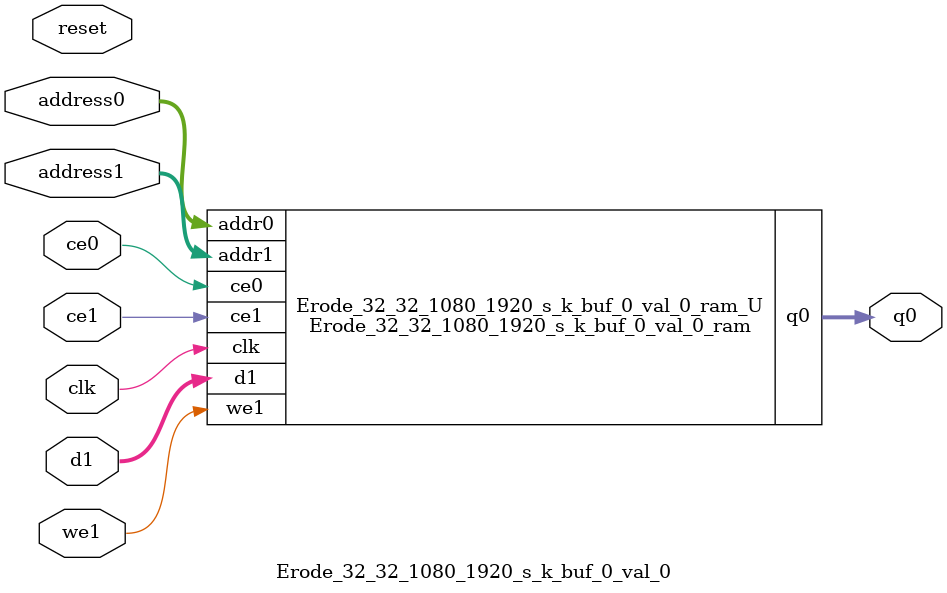
<source format=v>

`timescale 1 ns / 1 ps
module Erode_32_32_1080_1920_s_k_buf_0_val_0_ram (addr0, ce0, q0, addr1, ce1, d1, we1,  clk);

parameter DWIDTH = 8;
parameter AWIDTH = 11;
parameter MEM_SIZE = 1920;

input[AWIDTH-1:0] addr0;
input ce0;
output reg[DWIDTH-1:0] q0;
input[AWIDTH-1:0] addr1;
input ce1;
input[DWIDTH-1:0] d1;
input we1;
input clk;

(* ram_style = "block" *)reg [DWIDTH-1:0] ram[MEM_SIZE-1:0];




always @(posedge clk)  
begin 
    if (ce0) 
    begin
            q0 <= ram[addr0];
    end
end


always @(posedge clk)  
begin 
    if (ce1) 
    begin
        if (we1) 
        begin 
            ram[addr1] <= d1; 
        end 
    end
end


endmodule


`timescale 1 ns / 1 ps
module Erode_32_32_1080_1920_s_k_buf_0_val_0(
    reset,
    clk,
    address0,
    ce0,
    q0,
    address1,
    ce1,
    we1,
    d1);

parameter DataWidth = 32'd8;
parameter AddressRange = 32'd1920;
parameter AddressWidth = 32'd11;
input reset;
input clk;
input[AddressWidth - 1:0] address0;
input ce0;
output[DataWidth - 1:0] q0;
input[AddressWidth - 1:0] address1;
input ce1;
input we1;
input[DataWidth - 1:0] d1;




Erode_32_32_1080_1920_s_k_buf_0_val_0_ram Erode_32_32_1080_1920_s_k_buf_0_val_0_ram_U(
    .clk( clk ),
    .addr0( address0 ),
    .ce0( ce0 ),
    .q0( q0 ),
    .addr1( address1 ),
    .ce1( ce1 ),
    .d1( d1 ),
    .we1( we1 ));

endmodule


</source>
